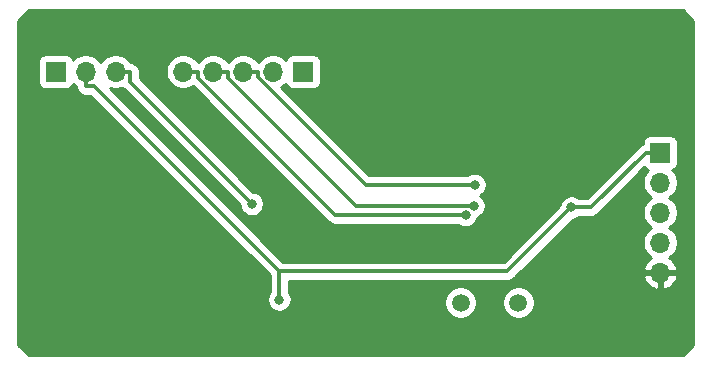
<source format=gbr>
%TF.GenerationSoftware,KiCad,Pcbnew,5.1.6-c6e7f7d~86~ubuntu18.04.1*%
%TF.CreationDate,2020-05-25T18:48:25+02:00*%
%TF.ProjectId,ft232rl_converter_v2,66743233-3272-46c5-9f63-6f6e76657274,1.0*%
%TF.SameCoordinates,PX4d83c00PY525bfc0*%
%TF.FileFunction,Copper,L2,Bot*%
%TF.FilePolarity,Positive*%
%FSLAX46Y46*%
G04 Gerber Fmt 4.6, Leading zero omitted, Abs format (unit mm)*
G04 Created by KiCad (PCBNEW 5.1.6-c6e7f7d~86~ubuntu18.04.1) date 2020-05-25 18:48:25*
%MOMM*%
%LPD*%
G01*
G04 APERTURE LIST*
%TA.AperFunction,ComponentPad*%
%ADD10O,1.700000X1.700000*%
%TD*%
%TA.AperFunction,ComponentPad*%
%ADD11R,1.700000X1.700000*%
%TD*%
%TA.AperFunction,ComponentPad*%
%ADD12C,1.500000*%
%TD*%
%TA.AperFunction,ViaPad*%
%ADD13C,0.800000*%
%TD*%
%TA.AperFunction,Conductor*%
%ADD14C,0.350000*%
%TD*%
%TA.AperFunction,Conductor*%
%ADD15C,0.254000*%
%TD*%
G04 APERTURE END LIST*
D10*
%TO.P,J2,5*%
%TO.N,GND*%
X54991000Y7620000D03*
%TO.P,J2,4*%
%TO.N,/RXD*%
X54991000Y10160000D03*
%TO.P,J2,3*%
%TO.N,/CTS#*%
X54991000Y12700000D03*
%TO.P,J2,2*%
%TO.N,/TXD*%
X54991000Y15240000D03*
D11*
%TO.P,J2,1*%
%TO.N,/VCCIO*%
X54991000Y17780000D03*
%TD*%
D10*
%TO.P,J3,5*%
%TO.N,/DTR#*%
X14605000Y24638000D03*
%TO.P,J3,4*%
%TO.N,/RTS#*%
X17145000Y24638000D03*
%TO.P,J3,3*%
%TO.N,/RI#*%
X19685000Y24638000D03*
%TO.P,J3,2*%
%TO.N,/DSR#*%
X22225000Y24638000D03*
D11*
%TO.P,J3,1*%
%TO.N,/DCD#*%
X24765000Y24638000D03*
%TD*%
D10*
%TO.P,JP1,3*%
%TO.N,VCC*%
X8890000Y24638000D03*
%TO.P,JP1,2*%
%TO.N,/VCCIO*%
X6350000Y24638000D03*
D11*
%TO.P,JP1,1*%
%TO.N,Net-(C3-Pad1)*%
X3810000Y24638000D03*
%TD*%
D12*
%TO.P,Y1,2*%
%TO.N,Net-(U1-Pad28)*%
X42980000Y5080000D03*
%TO.P,Y1,1*%
%TO.N,Net-(U1-Pad27)*%
X38100000Y5080000D03*
%TD*%
D13*
%TO.N,VCC*%
X20411700Y13435000D03*
%TO.N,/VCCIO*%
X22744000Y5334000D03*
X47471000Y13140000D03*
%TO.N,/RI#*%
X39280900Y15042700D03*
%TO.N,/RTS#*%
X39199200Y13268500D03*
%TO.N,/DTR#*%
X38516700Y12490000D03*
%TD*%
D14*
%TO.N,VCC*%
X10115300Y24638000D02*
X10115300Y23731400D01*
X10115300Y23731400D02*
X20411700Y13435000D01*
X8890000Y24638000D02*
X10115300Y24638000D01*
%TO.N,/VCCIO*%
X22744000Y7734600D02*
X7065900Y23412700D01*
X7065900Y23412700D02*
X6350000Y23412700D01*
X22744000Y5334000D02*
X22744000Y7734600D01*
X47471000Y13140000D02*
X42065600Y7734600D01*
X42065600Y7734600D02*
X22744000Y7734600D01*
X6350000Y24638000D02*
X6350000Y23412700D01*
X54991000Y17780000D02*
X53765700Y17780000D01*
X53765700Y17780000D02*
X49125700Y13140000D01*
X49125700Y13140000D02*
X47471000Y13140000D01*
%TO.N,/RI#*%
X39280900Y15042700D02*
X30046100Y15042700D01*
X30046100Y15042700D02*
X20910300Y24178500D01*
X20910300Y24178500D02*
X20910300Y24638000D01*
X19685000Y24638000D02*
X20910300Y24638000D01*
%TO.N,/RTS#*%
X18370300Y24638000D02*
X18370300Y24130200D01*
X18370300Y24130200D02*
X29232000Y13268500D01*
X29232000Y13268500D02*
X39199200Y13268500D01*
X17145000Y24638000D02*
X18370300Y24638000D01*
%TO.N,/DTR#*%
X15830300Y24638000D02*
X15830300Y24130200D01*
X15830300Y24130200D02*
X27470500Y12490000D01*
X27470500Y12490000D02*
X38516700Y12490000D01*
X14605000Y24638000D02*
X15830300Y24638000D01*
%TD*%
D15*
%TO.N,GND*%
G36*
X57760000Y28960394D02*
G01*
X57760001Y1519607D01*
X56900394Y660000D01*
X1519606Y660000D01*
X660000Y1519606D01*
X660000Y25488000D01*
X2321928Y25488000D01*
X2321928Y23788000D01*
X2334188Y23663518D01*
X2370498Y23543820D01*
X2429463Y23433506D01*
X2508815Y23336815D01*
X2605506Y23257463D01*
X2715820Y23198498D01*
X2835518Y23162188D01*
X2960000Y23149928D01*
X4660000Y23149928D01*
X4784482Y23162188D01*
X4904180Y23198498D01*
X5014494Y23257463D01*
X5111185Y23336815D01*
X5190537Y23433506D01*
X5249502Y23543820D01*
X5271513Y23616380D01*
X5403368Y23484525D01*
X5537858Y23394662D01*
X5551720Y23253912D01*
X5598037Y23101227D01*
X5673251Y22960511D01*
X5774472Y22837172D01*
X5897811Y22735951D01*
X6038527Y22660737D01*
X6191212Y22614420D01*
X6310209Y22602700D01*
X6350000Y22598781D01*
X6389791Y22602700D01*
X6730388Y22602700D01*
X21934001Y7399086D01*
X21934000Y5984700D01*
X21826795Y5824256D01*
X21748774Y5635898D01*
X21709000Y5435939D01*
X21709000Y5232061D01*
X21748774Y5032102D01*
X21826795Y4843744D01*
X21940063Y4674226D01*
X22084226Y4530063D01*
X22253744Y4416795D01*
X22442102Y4338774D01*
X22642061Y4299000D01*
X22845939Y4299000D01*
X23045898Y4338774D01*
X23234256Y4416795D01*
X23403774Y4530063D01*
X23547937Y4674226D01*
X23661205Y4843744D01*
X23739226Y5032102D01*
X23775887Y5216411D01*
X36715000Y5216411D01*
X36715000Y4943589D01*
X36768225Y4676011D01*
X36872629Y4423957D01*
X37024201Y4197114D01*
X37217114Y4004201D01*
X37443957Y3852629D01*
X37696011Y3748225D01*
X37963589Y3695000D01*
X38236411Y3695000D01*
X38503989Y3748225D01*
X38756043Y3852629D01*
X38982886Y4004201D01*
X39175799Y4197114D01*
X39327371Y4423957D01*
X39431775Y4676011D01*
X39485000Y4943589D01*
X39485000Y5216411D01*
X41595000Y5216411D01*
X41595000Y4943589D01*
X41648225Y4676011D01*
X41752629Y4423957D01*
X41904201Y4197114D01*
X42097114Y4004201D01*
X42323957Y3852629D01*
X42576011Y3748225D01*
X42843589Y3695000D01*
X43116411Y3695000D01*
X43383989Y3748225D01*
X43636043Y3852629D01*
X43862886Y4004201D01*
X44055799Y4197114D01*
X44207371Y4423957D01*
X44311775Y4676011D01*
X44365000Y4943589D01*
X44365000Y5216411D01*
X44311775Y5483989D01*
X44207371Y5736043D01*
X44055799Y5962886D01*
X43862886Y6155799D01*
X43636043Y6307371D01*
X43383989Y6411775D01*
X43116411Y6465000D01*
X42843589Y6465000D01*
X42576011Y6411775D01*
X42323957Y6307371D01*
X42097114Y6155799D01*
X41904201Y5962886D01*
X41752629Y5736043D01*
X41648225Y5483989D01*
X41595000Y5216411D01*
X39485000Y5216411D01*
X39431775Y5483989D01*
X39327371Y5736043D01*
X39175799Y5962886D01*
X38982886Y6155799D01*
X38756043Y6307371D01*
X38503989Y6411775D01*
X38236411Y6465000D01*
X37963589Y6465000D01*
X37696011Y6411775D01*
X37443957Y6307371D01*
X37217114Y6155799D01*
X37024201Y5962886D01*
X36872629Y5736043D01*
X36768225Y5483989D01*
X36715000Y5216411D01*
X23775887Y5216411D01*
X23779000Y5232061D01*
X23779000Y5435939D01*
X23739226Y5635898D01*
X23661205Y5824256D01*
X23554000Y5984700D01*
X23554000Y6924600D01*
X42025812Y6924600D01*
X42065600Y6920681D01*
X42105388Y6924600D01*
X42105391Y6924600D01*
X42224388Y6936320D01*
X42377073Y6982637D01*
X42517789Y7057851D01*
X42641128Y7159072D01*
X42666500Y7189988D01*
X42739622Y7263110D01*
X53549524Y7263110D01*
X53594175Y7115901D01*
X53719359Y6853080D01*
X53893412Y6619731D01*
X54109645Y6424822D01*
X54359748Y6275843D01*
X54634109Y6178519D01*
X54864000Y6299186D01*
X54864000Y7493000D01*
X55118000Y7493000D01*
X55118000Y6299186D01*
X55347891Y6178519D01*
X55622252Y6275843D01*
X55872355Y6424822D01*
X56088588Y6619731D01*
X56262641Y6853080D01*
X56387825Y7115901D01*
X56432476Y7263110D01*
X56311155Y7493000D01*
X55118000Y7493000D01*
X54864000Y7493000D01*
X53670845Y7493000D01*
X53549524Y7263110D01*
X42739622Y7263110D01*
X47583641Y12107129D01*
X47772898Y12144774D01*
X47961256Y12222795D01*
X48121700Y12330000D01*
X49085912Y12330000D01*
X49125700Y12326081D01*
X49165488Y12330000D01*
X49165491Y12330000D01*
X49284488Y12341720D01*
X49437173Y12388037D01*
X49577889Y12463251D01*
X49701228Y12564472D01*
X49726600Y12595388D01*
X53653851Y16522638D01*
X53689815Y16478815D01*
X53786506Y16399463D01*
X53896820Y16340498D01*
X53969380Y16318487D01*
X53837525Y16186632D01*
X53675010Y15943411D01*
X53563068Y15673158D01*
X53506000Y15386260D01*
X53506000Y15093740D01*
X53563068Y14806842D01*
X53675010Y14536589D01*
X53837525Y14293368D01*
X54044368Y14086525D01*
X54218760Y13970000D01*
X54044368Y13853475D01*
X53837525Y13646632D01*
X53675010Y13403411D01*
X53563068Y13133158D01*
X53506000Y12846260D01*
X53506000Y12553740D01*
X53563068Y12266842D01*
X53675010Y11996589D01*
X53837525Y11753368D01*
X54044368Y11546525D01*
X54218760Y11430000D01*
X54044368Y11313475D01*
X53837525Y11106632D01*
X53675010Y10863411D01*
X53563068Y10593158D01*
X53506000Y10306260D01*
X53506000Y10013740D01*
X53563068Y9726842D01*
X53675010Y9456589D01*
X53837525Y9213368D01*
X54044368Y9006525D01*
X54226534Y8884805D01*
X54109645Y8815178D01*
X53893412Y8620269D01*
X53719359Y8386920D01*
X53594175Y8124099D01*
X53549524Y7976890D01*
X53670845Y7747000D01*
X54864000Y7747000D01*
X54864000Y7767000D01*
X55118000Y7767000D01*
X55118000Y7747000D01*
X56311155Y7747000D01*
X56432476Y7976890D01*
X56387825Y8124099D01*
X56262641Y8386920D01*
X56088588Y8620269D01*
X55872355Y8815178D01*
X55755466Y8884805D01*
X55937632Y9006525D01*
X56144475Y9213368D01*
X56306990Y9456589D01*
X56418932Y9726842D01*
X56476000Y10013740D01*
X56476000Y10306260D01*
X56418932Y10593158D01*
X56306990Y10863411D01*
X56144475Y11106632D01*
X55937632Y11313475D01*
X55763240Y11430000D01*
X55937632Y11546525D01*
X56144475Y11753368D01*
X56306990Y11996589D01*
X56418932Y12266842D01*
X56476000Y12553740D01*
X56476000Y12846260D01*
X56418932Y13133158D01*
X56306990Y13403411D01*
X56144475Y13646632D01*
X55937632Y13853475D01*
X55763240Y13970000D01*
X55937632Y14086525D01*
X56144475Y14293368D01*
X56306990Y14536589D01*
X56418932Y14806842D01*
X56476000Y15093740D01*
X56476000Y15386260D01*
X56418932Y15673158D01*
X56306990Y15943411D01*
X56144475Y16186632D01*
X56012620Y16318487D01*
X56085180Y16340498D01*
X56195494Y16399463D01*
X56292185Y16478815D01*
X56371537Y16575506D01*
X56430502Y16685820D01*
X56466812Y16805518D01*
X56479072Y16930000D01*
X56479072Y18630000D01*
X56466812Y18754482D01*
X56430502Y18874180D01*
X56371537Y18984494D01*
X56292185Y19081185D01*
X56195494Y19160537D01*
X56085180Y19219502D01*
X55965482Y19255812D01*
X55841000Y19268072D01*
X54141000Y19268072D01*
X54016518Y19255812D01*
X53896820Y19219502D01*
X53786506Y19160537D01*
X53689815Y19081185D01*
X53610463Y18984494D01*
X53551498Y18874180D01*
X53515188Y18754482D01*
X53502928Y18630000D01*
X53502928Y18546736D01*
X53454227Y18531963D01*
X53388724Y18496951D01*
X53313510Y18456749D01*
X53249496Y18404214D01*
X53190172Y18355528D01*
X53164805Y18324618D01*
X48790188Y13950000D01*
X48121700Y13950000D01*
X47961256Y14057205D01*
X47772898Y14135226D01*
X47572939Y14175000D01*
X47369061Y14175000D01*
X47169102Y14135226D01*
X46980744Y14057205D01*
X46811226Y13943937D01*
X46667063Y13799774D01*
X46553795Y13630256D01*
X46475774Y13441898D01*
X46438129Y13252641D01*
X41730088Y8544600D01*
X23079513Y8544600D01*
X8383782Y23240331D01*
X8456842Y23210068D01*
X8743740Y23153000D01*
X9036260Y23153000D01*
X9323158Y23210068D01*
X9451625Y23263281D01*
X9459313Y23253913D01*
X9539773Y23155872D01*
X9570683Y23130505D01*
X19378829Y13322358D01*
X19416474Y13133102D01*
X19494495Y12944744D01*
X19607763Y12775226D01*
X19751926Y12631063D01*
X19921444Y12517795D01*
X20109802Y12439774D01*
X20309761Y12400000D01*
X20513639Y12400000D01*
X20713598Y12439774D01*
X20901956Y12517795D01*
X21071474Y12631063D01*
X21215637Y12775226D01*
X21328905Y12944744D01*
X21406926Y13133102D01*
X21446700Y13333061D01*
X21446700Y13536939D01*
X21406926Y13736898D01*
X21328905Y13925256D01*
X21215637Y14094774D01*
X21071474Y14238937D01*
X20901956Y14352205D01*
X20713598Y14430226D01*
X20524342Y14467871D01*
X10925300Y24066912D01*
X10925300Y24598209D01*
X10929219Y24638000D01*
X10914814Y24784260D01*
X13120000Y24784260D01*
X13120000Y24491740D01*
X13177068Y24204842D01*
X13289010Y23934589D01*
X13451525Y23691368D01*
X13658368Y23484525D01*
X13901589Y23322010D01*
X14171842Y23210068D01*
X14458740Y23153000D01*
X14751260Y23153000D01*
X15038158Y23210068D01*
X15308411Y23322010D01*
X15419051Y23395937D01*
X26869605Y11945382D01*
X26894972Y11914472D01*
X26925880Y11889107D01*
X27018311Y11813251D01*
X27159026Y11738037D01*
X27194563Y11727257D01*
X27311712Y11691720D01*
X27430709Y11680000D01*
X27430712Y11680000D01*
X27470500Y11676081D01*
X27510288Y11680000D01*
X37866000Y11680000D01*
X38026444Y11572795D01*
X38214802Y11494774D01*
X38414761Y11455000D01*
X38618639Y11455000D01*
X38818598Y11494774D01*
X39006956Y11572795D01*
X39176474Y11686063D01*
X39320637Y11830226D01*
X39433905Y11999744D01*
X39511926Y12188102D01*
X39531361Y12285809D01*
X39689456Y12351295D01*
X39858974Y12464563D01*
X40003137Y12608726D01*
X40116405Y12778244D01*
X40194426Y12966602D01*
X40234200Y13166561D01*
X40234200Y13370439D01*
X40194426Y13570398D01*
X40116405Y13758756D01*
X40003137Y13928274D01*
X39858974Y14072437D01*
X39775361Y14128305D01*
X39940674Y14238763D01*
X40084837Y14382926D01*
X40198105Y14552444D01*
X40276126Y14740802D01*
X40315900Y14940761D01*
X40315900Y15144639D01*
X40276126Y15344598D01*
X40198105Y15532956D01*
X40084837Y15702474D01*
X39940674Y15846637D01*
X39771156Y15959905D01*
X39582798Y16037926D01*
X39382839Y16077700D01*
X39178961Y16077700D01*
X38979002Y16037926D01*
X38790644Y15959905D01*
X38630200Y15852700D01*
X30381613Y15852700D01*
X22917020Y23317292D01*
X22928411Y23322010D01*
X23171632Y23484525D01*
X23303487Y23616380D01*
X23325498Y23543820D01*
X23384463Y23433506D01*
X23463815Y23336815D01*
X23560506Y23257463D01*
X23670820Y23198498D01*
X23790518Y23162188D01*
X23915000Y23149928D01*
X25615000Y23149928D01*
X25739482Y23162188D01*
X25859180Y23198498D01*
X25969494Y23257463D01*
X26066185Y23336815D01*
X26145537Y23433506D01*
X26204502Y23543820D01*
X26240812Y23663518D01*
X26253072Y23788000D01*
X26253072Y25488000D01*
X26240812Y25612482D01*
X26204502Y25732180D01*
X26145537Y25842494D01*
X26066185Y25939185D01*
X25969494Y26018537D01*
X25859180Y26077502D01*
X25739482Y26113812D01*
X25615000Y26126072D01*
X23915000Y26126072D01*
X23790518Y26113812D01*
X23670820Y26077502D01*
X23560506Y26018537D01*
X23463815Y25939185D01*
X23384463Y25842494D01*
X23325498Y25732180D01*
X23303487Y25659620D01*
X23171632Y25791475D01*
X22928411Y25953990D01*
X22658158Y26065932D01*
X22371260Y26123000D01*
X22078740Y26123000D01*
X21791842Y26065932D01*
X21521589Y25953990D01*
X21278368Y25791475D01*
X21071525Y25584632D01*
X20978369Y25445215D01*
X20950091Y25448000D01*
X20928338Y25450142D01*
X20838475Y25584632D01*
X20631632Y25791475D01*
X20388411Y25953990D01*
X20118158Y26065932D01*
X19831260Y26123000D01*
X19538740Y26123000D01*
X19251842Y26065932D01*
X18981589Y25953990D01*
X18738368Y25791475D01*
X18531525Y25584632D01*
X18438369Y25445215D01*
X18410091Y25448000D01*
X18388338Y25450142D01*
X18298475Y25584632D01*
X18091632Y25791475D01*
X17848411Y25953990D01*
X17578158Y26065932D01*
X17291260Y26123000D01*
X16998740Y26123000D01*
X16711842Y26065932D01*
X16441589Y25953990D01*
X16198368Y25791475D01*
X15991525Y25584632D01*
X15898369Y25445215D01*
X15870091Y25448000D01*
X15848338Y25450142D01*
X15758475Y25584632D01*
X15551632Y25791475D01*
X15308411Y25953990D01*
X15038158Y26065932D01*
X14751260Y26123000D01*
X14458740Y26123000D01*
X14171842Y26065932D01*
X13901589Y25953990D01*
X13658368Y25791475D01*
X13451525Y25584632D01*
X13289010Y25341411D01*
X13177068Y25071158D01*
X13120000Y24784260D01*
X10914814Y24784260D01*
X10913580Y24796788D01*
X10867263Y24949473D01*
X10792049Y25090189D01*
X10690828Y25213528D01*
X10567489Y25314749D01*
X10426773Y25389963D01*
X10274088Y25436280D01*
X10155091Y25448000D01*
X10133338Y25450142D01*
X10043475Y25584632D01*
X9836632Y25791475D01*
X9593411Y25953990D01*
X9323158Y26065932D01*
X9036260Y26123000D01*
X8743740Y26123000D01*
X8456842Y26065932D01*
X8186589Y25953990D01*
X7943368Y25791475D01*
X7736525Y25584632D01*
X7620000Y25410240D01*
X7503475Y25584632D01*
X7296632Y25791475D01*
X7053411Y25953990D01*
X6783158Y26065932D01*
X6496260Y26123000D01*
X6203740Y26123000D01*
X5916842Y26065932D01*
X5646589Y25953990D01*
X5403368Y25791475D01*
X5271513Y25659620D01*
X5249502Y25732180D01*
X5190537Y25842494D01*
X5111185Y25939185D01*
X5014494Y26018537D01*
X4904180Y26077502D01*
X4784482Y26113812D01*
X4660000Y26126072D01*
X2960000Y26126072D01*
X2835518Y26113812D01*
X2715820Y26077502D01*
X2605506Y26018537D01*
X2508815Y25939185D01*
X2429463Y25842494D01*
X2370498Y25732180D01*
X2334188Y25612482D01*
X2321928Y25488000D01*
X660000Y25488000D01*
X660000Y28960394D01*
X1519606Y29820000D01*
X56900394Y29820000D01*
X57760000Y28960394D01*
G37*
X57760000Y28960394D02*
X57760001Y1519607D01*
X56900394Y660000D01*
X1519606Y660000D01*
X660000Y1519606D01*
X660000Y25488000D01*
X2321928Y25488000D01*
X2321928Y23788000D01*
X2334188Y23663518D01*
X2370498Y23543820D01*
X2429463Y23433506D01*
X2508815Y23336815D01*
X2605506Y23257463D01*
X2715820Y23198498D01*
X2835518Y23162188D01*
X2960000Y23149928D01*
X4660000Y23149928D01*
X4784482Y23162188D01*
X4904180Y23198498D01*
X5014494Y23257463D01*
X5111185Y23336815D01*
X5190537Y23433506D01*
X5249502Y23543820D01*
X5271513Y23616380D01*
X5403368Y23484525D01*
X5537858Y23394662D01*
X5551720Y23253912D01*
X5598037Y23101227D01*
X5673251Y22960511D01*
X5774472Y22837172D01*
X5897811Y22735951D01*
X6038527Y22660737D01*
X6191212Y22614420D01*
X6310209Y22602700D01*
X6350000Y22598781D01*
X6389791Y22602700D01*
X6730388Y22602700D01*
X21934001Y7399086D01*
X21934000Y5984700D01*
X21826795Y5824256D01*
X21748774Y5635898D01*
X21709000Y5435939D01*
X21709000Y5232061D01*
X21748774Y5032102D01*
X21826795Y4843744D01*
X21940063Y4674226D01*
X22084226Y4530063D01*
X22253744Y4416795D01*
X22442102Y4338774D01*
X22642061Y4299000D01*
X22845939Y4299000D01*
X23045898Y4338774D01*
X23234256Y4416795D01*
X23403774Y4530063D01*
X23547937Y4674226D01*
X23661205Y4843744D01*
X23739226Y5032102D01*
X23775887Y5216411D01*
X36715000Y5216411D01*
X36715000Y4943589D01*
X36768225Y4676011D01*
X36872629Y4423957D01*
X37024201Y4197114D01*
X37217114Y4004201D01*
X37443957Y3852629D01*
X37696011Y3748225D01*
X37963589Y3695000D01*
X38236411Y3695000D01*
X38503989Y3748225D01*
X38756043Y3852629D01*
X38982886Y4004201D01*
X39175799Y4197114D01*
X39327371Y4423957D01*
X39431775Y4676011D01*
X39485000Y4943589D01*
X39485000Y5216411D01*
X41595000Y5216411D01*
X41595000Y4943589D01*
X41648225Y4676011D01*
X41752629Y4423957D01*
X41904201Y4197114D01*
X42097114Y4004201D01*
X42323957Y3852629D01*
X42576011Y3748225D01*
X42843589Y3695000D01*
X43116411Y3695000D01*
X43383989Y3748225D01*
X43636043Y3852629D01*
X43862886Y4004201D01*
X44055799Y4197114D01*
X44207371Y4423957D01*
X44311775Y4676011D01*
X44365000Y4943589D01*
X44365000Y5216411D01*
X44311775Y5483989D01*
X44207371Y5736043D01*
X44055799Y5962886D01*
X43862886Y6155799D01*
X43636043Y6307371D01*
X43383989Y6411775D01*
X43116411Y6465000D01*
X42843589Y6465000D01*
X42576011Y6411775D01*
X42323957Y6307371D01*
X42097114Y6155799D01*
X41904201Y5962886D01*
X41752629Y5736043D01*
X41648225Y5483989D01*
X41595000Y5216411D01*
X39485000Y5216411D01*
X39431775Y5483989D01*
X39327371Y5736043D01*
X39175799Y5962886D01*
X38982886Y6155799D01*
X38756043Y6307371D01*
X38503989Y6411775D01*
X38236411Y6465000D01*
X37963589Y6465000D01*
X37696011Y6411775D01*
X37443957Y6307371D01*
X37217114Y6155799D01*
X37024201Y5962886D01*
X36872629Y5736043D01*
X36768225Y5483989D01*
X36715000Y5216411D01*
X23775887Y5216411D01*
X23779000Y5232061D01*
X23779000Y5435939D01*
X23739226Y5635898D01*
X23661205Y5824256D01*
X23554000Y5984700D01*
X23554000Y6924600D01*
X42025812Y6924600D01*
X42065600Y6920681D01*
X42105388Y6924600D01*
X42105391Y6924600D01*
X42224388Y6936320D01*
X42377073Y6982637D01*
X42517789Y7057851D01*
X42641128Y7159072D01*
X42666500Y7189988D01*
X42739622Y7263110D01*
X53549524Y7263110D01*
X53594175Y7115901D01*
X53719359Y6853080D01*
X53893412Y6619731D01*
X54109645Y6424822D01*
X54359748Y6275843D01*
X54634109Y6178519D01*
X54864000Y6299186D01*
X54864000Y7493000D01*
X55118000Y7493000D01*
X55118000Y6299186D01*
X55347891Y6178519D01*
X55622252Y6275843D01*
X55872355Y6424822D01*
X56088588Y6619731D01*
X56262641Y6853080D01*
X56387825Y7115901D01*
X56432476Y7263110D01*
X56311155Y7493000D01*
X55118000Y7493000D01*
X54864000Y7493000D01*
X53670845Y7493000D01*
X53549524Y7263110D01*
X42739622Y7263110D01*
X47583641Y12107129D01*
X47772898Y12144774D01*
X47961256Y12222795D01*
X48121700Y12330000D01*
X49085912Y12330000D01*
X49125700Y12326081D01*
X49165488Y12330000D01*
X49165491Y12330000D01*
X49284488Y12341720D01*
X49437173Y12388037D01*
X49577889Y12463251D01*
X49701228Y12564472D01*
X49726600Y12595388D01*
X53653851Y16522638D01*
X53689815Y16478815D01*
X53786506Y16399463D01*
X53896820Y16340498D01*
X53969380Y16318487D01*
X53837525Y16186632D01*
X53675010Y15943411D01*
X53563068Y15673158D01*
X53506000Y15386260D01*
X53506000Y15093740D01*
X53563068Y14806842D01*
X53675010Y14536589D01*
X53837525Y14293368D01*
X54044368Y14086525D01*
X54218760Y13970000D01*
X54044368Y13853475D01*
X53837525Y13646632D01*
X53675010Y13403411D01*
X53563068Y13133158D01*
X53506000Y12846260D01*
X53506000Y12553740D01*
X53563068Y12266842D01*
X53675010Y11996589D01*
X53837525Y11753368D01*
X54044368Y11546525D01*
X54218760Y11430000D01*
X54044368Y11313475D01*
X53837525Y11106632D01*
X53675010Y10863411D01*
X53563068Y10593158D01*
X53506000Y10306260D01*
X53506000Y10013740D01*
X53563068Y9726842D01*
X53675010Y9456589D01*
X53837525Y9213368D01*
X54044368Y9006525D01*
X54226534Y8884805D01*
X54109645Y8815178D01*
X53893412Y8620269D01*
X53719359Y8386920D01*
X53594175Y8124099D01*
X53549524Y7976890D01*
X53670845Y7747000D01*
X54864000Y7747000D01*
X54864000Y7767000D01*
X55118000Y7767000D01*
X55118000Y7747000D01*
X56311155Y7747000D01*
X56432476Y7976890D01*
X56387825Y8124099D01*
X56262641Y8386920D01*
X56088588Y8620269D01*
X55872355Y8815178D01*
X55755466Y8884805D01*
X55937632Y9006525D01*
X56144475Y9213368D01*
X56306990Y9456589D01*
X56418932Y9726842D01*
X56476000Y10013740D01*
X56476000Y10306260D01*
X56418932Y10593158D01*
X56306990Y10863411D01*
X56144475Y11106632D01*
X55937632Y11313475D01*
X55763240Y11430000D01*
X55937632Y11546525D01*
X56144475Y11753368D01*
X56306990Y11996589D01*
X56418932Y12266842D01*
X56476000Y12553740D01*
X56476000Y12846260D01*
X56418932Y13133158D01*
X56306990Y13403411D01*
X56144475Y13646632D01*
X55937632Y13853475D01*
X55763240Y13970000D01*
X55937632Y14086525D01*
X56144475Y14293368D01*
X56306990Y14536589D01*
X56418932Y14806842D01*
X56476000Y15093740D01*
X56476000Y15386260D01*
X56418932Y15673158D01*
X56306990Y15943411D01*
X56144475Y16186632D01*
X56012620Y16318487D01*
X56085180Y16340498D01*
X56195494Y16399463D01*
X56292185Y16478815D01*
X56371537Y16575506D01*
X56430502Y16685820D01*
X56466812Y16805518D01*
X56479072Y16930000D01*
X56479072Y18630000D01*
X56466812Y18754482D01*
X56430502Y18874180D01*
X56371537Y18984494D01*
X56292185Y19081185D01*
X56195494Y19160537D01*
X56085180Y19219502D01*
X55965482Y19255812D01*
X55841000Y19268072D01*
X54141000Y19268072D01*
X54016518Y19255812D01*
X53896820Y19219502D01*
X53786506Y19160537D01*
X53689815Y19081185D01*
X53610463Y18984494D01*
X53551498Y18874180D01*
X53515188Y18754482D01*
X53502928Y18630000D01*
X53502928Y18546736D01*
X53454227Y18531963D01*
X53388724Y18496951D01*
X53313510Y18456749D01*
X53249496Y18404214D01*
X53190172Y18355528D01*
X53164805Y18324618D01*
X48790188Y13950000D01*
X48121700Y13950000D01*
X47961256Y14057205D01*
X47772898Y14135226D01*
X47572939Y14175000D01*
X47369061Y14175000D01*
X47169102Y14135226D01*
X46980744Y14057205D01*
X46811226Y13943937D01*
X46667063Y13799774D01*
X46553795Y13630256D01*
X46475774Y13441898D01*
X46438129Y13252641D01*
X41730088Y8544600D01*
X23079513Y8544600D01*
X8383782Y23240331D01*
X8456842Y23210068D01*
X8743740Y23153000D01*
X9036260Y23153000D01*
X9323158Y23210068D01*
X9451625Y23263281D01*
X9459313Y23253913D01*
X9539773Y23155872D01*
X9570683Y23130505D01*
X19378829Y13322358D01*
X19416474Y13133102D01*
X19494495Y12944744D01*
X19607763Y12775226D01*
X19751926Y12631063D01*
X19921444Y12517795D01*
X20109802Y12439774D01*
X20309761Y12400000D01*
X20513639Y12400000D01*
X20713598Y12439774D01*
X20901956Y12517795D01*
X21071474Y12631063D01*
X21215637Y12775226D01*
X21328905Y12944744D01*
X21406926Y13133102D01*
X21446700Y13333061D01*
X21446700Y13536939D01*
X21406926Y13736898D01*
X21328905Y13925256D01*
X21215637Y14094774D01*
X21071474Y14238937D01*
X20901956Y14352205D01*
X20713598Y14430226D01*
X20524342Y14467871D01*
X10925300Y24066912D01*
X10925300Y24598209D01*
X10929219Y24638000D01*
X10914814Y24784260D01*
X13120000Y24784260D01*
X13120000Y24491740D01*
X13177068Y24204842D01*
X13289010Y23934589D01*
X13451525Y23691368D01*
X13658368Y23484525D01*
X13901589Y23322010D01*
X14171842Y23210068D01*
X14458740Y23153000D01*
X14751260Y23153000D01*
X15038158Y23210068D01*
X15308411Y23322010D01*
X15419051Y23395937D01*
X26869605Y11945382D01*
X26894972Y11914472D01*
X26925880Y11889107D01*
X27018311Y11813251D01*
X27159026Y11738037D01*
X27194563Y11727257D01*
X27311712Y11691720D01*
X27430709Y11680000D01*
X27430712Y11680000D01*
X27470500Y11676081D01*
X27510288Y11680000D01*
X37866000Y11680000D01*
X38026444Y11572795D01*
X38214802Y11494774D01*
X38414761Y11455000D01*
X38618639Y11455000D01*
X38818598Y11494774D01*
X39006956Y11572795D01*
X39176474Y11686063D01*
X39320637Y11830226D01*
X39433905Y11999744D01*
X39511926Y12188102D01*
X39531361Y12285809D01*
X39689456Y12351295D01*
X39858974Y12464563D01*
X40003137Y12608726D01*
X40116405Y12778244D01*
X40194426Y12966602D01*
X40234200Y13166561D01*
X40234200Y13370439D01*
X40194426Y13570398D01*
X40116405Y13758756D01*
X40003137Y13928274D01*
X39858974Y14072437D01*
X39775361Y14128305D01*
X39940674Y14238763D01*
X40084837Y14382926D01*
X40198105Y14552444D01*
X40276126Y14740802D01*
X40315900Y14940761D01*
X40315900Y15144639D01*
X40276126Y15344598D01*
X40198105Y15532956D01*
X40084837Y15702474D01*
X39940674Y15846637D01*
X39771156Y15959905D01*
X39582798Y16037926D01*
X39382839Y16077700D01*
X39178961Y16077700D01*
X38979002Y16037926D01*
X38790644Y15959905D01*
X38630200Y15852700D01*
X30381613Y15852700D01*
X22917020Y23317292D01*
X22928411Y23322010D01*
X23171632Y23484525D01*
X23303487Y23616380D01*
X23325498Y23543820D01*
X23384463Y23433506D01*
X23463815Y23336815D01*
X23560506Y23257463D01*
X23670820Y23198498D01*
X23790518Y23162188D01*
X23915000Y23149928D01*
X25615000Y23149928D01*
X25739482Y23162188D01*
X25859180Y23198498D01*
X25969494Y23257463D01*
X26066185Y23336815D01*
X26145537Y23433506D01*
X26204502Y23543820D01*
X26240812Y23663518D01*
X26253072Y23788000D01*
X26253072Y25488000D01*
X26240812Y25612482D01*
X26204502Y25732180D01*
X26145537Y25842494D01*
X26066185Y25939185D01*
X25969494Y26018537D01*
X25859180Y26077502D01*
X25739482Y26113812D01*
X25615000Y26126072D01*
X23915000Y26126072D01*
X23790518Y26113812D01*
X23670820Y26077502D01*
X23560506Y26018537D01*
X23463815Y25939185D01*
X23384463Y25842494D01*
X23325498Y25732180D01*
X23303487Y25659620D01*
X23171632Y25791475D01*
X22928411Y25953990D01*
X22658158Y26065932D01*
X22371260Y26123000D01*
X22078740Y26123000D01*
X21791842Y26065932D01*
X21521589Y25953990D01*
X21278368Y25791475D01*
X21071525Y25584632D01*
X20978369Y25445215D01*
X20950091Y25448000D01*
X20928338Y25450142D01*
X20838475Y25584632D01*
X20631632Y25791475D01*
X20388411Y25953990D01*
X20118158Y26065932D01*
X19831260Y26123000D01*
X19538740Y26123000D01*
X19251842Y26065932D01*
X18981589Y25953990D01*
X18738368Y25791475D01*
X18531525Y25584632D01*
X18438369Y25445215D01*
X18410091Y25448000D01*
X18388338Y25450142D01*
X18298475Y25584632D01*
X18091632Y25791475D01*
X17848411Y25953990D01*
X17578158Y26065932D01*
X17291260Y26123000D01*
X16998740Y26123000D01*
X16711842Y26065932D01*
X16441589Y25953990D01*
X16198368Y25791475D01*
X15991525Y25584632D01*
X15898369Y25445215D01*
X15870091Y25448000D01*
X15848338Y25450142D01*
X15758475Y25584632D01*
X15551632Y25791475D01*
X15308411Y25953990D01*
X15038158Y26065932D01*
X14751260Y26123000D01*
X14458740Y26123000D01*
X14171842Y26065932D01*
X13901589Y25953990D01*
X13658368Y25791475D01*
X13451525Y25584632D01*
X13289010Y25341411D01*
X13177068Y25071158D01*
X13120000Y24784260D01*
X10914814Y24784260D01*
X10913580Y24796788D01*
X10867263Y24949473D01*
X10792049Y25090189D01*
X10690828Y25213528D01*
X10567489Y25314749D01*
X10426773Y25389963D01*
X10274088Y25436280D01*
X10155091Y25448000D01*
X10133338Y25450142D01*
X10043475Y25584632D01*
X9836632Y25791475D01*
X9593411Y25953990D01*
X9323158Y26065932D01*
X9036260Y26123000D01*
X8743740Y26123000D01*
X8456842Y26065932D01*
X8186589Y25953990D01*
X7943368Y25791475D01*
X7736525Y25584632D01*
X7620000Y25410240D01*
X7503475Y25584632D01*
X7296632Y25791475D01*
X7053411Y25953990D01*
X6783158Y26065932D01*
X6496260Y26123000D01*
X6203740Y26123000D01*
X5916842Y26065932D01*
X5646589Y25953990D01*
X5403368Y25791475D01*
X5271513Y25659620D01*
X5249502Y25732180D01*
X5190537Y25842494D01*
X5111185Y25939185D01*
X5014494Y26018537D01*
X4904180Y26077502D01*
X4784482Y26113812D01*
X4660000Y26126072D01*
X2960000Y26126072D01*
X2835518Y26113812D01*
X2715820Y26077502D01*
X2605506Y26018537D01*
X2508815Y25939185D01*
X2429463Y25842494D01*
X2370498Y25732180D01*
X2334188Y25612482D01*
X2321928Y25488000D01*
X660000Y25488000D01*
X660000Y28960394D01*
X1519606Y29820000D01*
X56900394Y29820000D01*
X57760000Y28960394D01*
%TD*%
M02*

</source>
